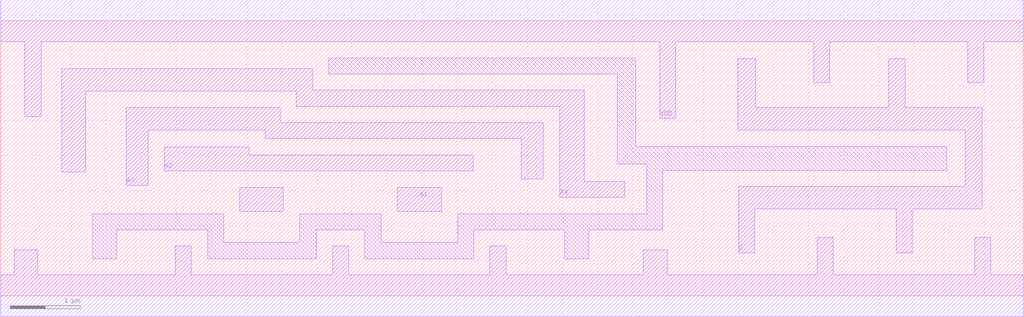
<source format=lef>
# Copyright 2022 GlobalFoundries PDK Authors
#
# Licensed under the Apache License, Version 2.0 (the "License");
# you may not use this file except in compliance with the License.
# You may obtain a copy of the License at
#
#      http://www.apache.org/licenses/LICENSE-2.0
#
# Unless required by applicable law or agreed to in writing, software
# distributed under the License is distributed on an "AS IS" BASIS,
# WITHOUT WARRANTIES OR CONDITIONS OF ANY KIND, either express or implied.
# See the License for the specific language governing permissions and
# limitations under the License.

MACRO gf180mcu_fd_sc_mcu7t5v0__or4_4
  CLASS core ;
  FOREIGN gf180mcu_fd_sc_mcu7t5v0__or4_4 0.0 0.0 ;
  ORIGIN 0 0 ;
  SYMMETRY X Y ;
  SITE GF018hv5v_mcu_sc7 ;
  SIZE 14.56 BY 3.92 ;
  PIN A1
    DIRECTION INPUT ;
    ANTENNAGATEAREA 1.778 ;
    PORT
      LAYER METAL1 ;
        POLYGON 3.405 1.205 4.025 1.205 4.025 1.545 3.405 1.545  ;
        POLYGON 5.645 1.205 6.275 1.205 6.275 1.545 5.645 1.545  ;
    END
  END A1
  PIN A2
    DIRECTION INPUT ;
    ANTENNAGATEAREA 1.778 ;
    PORT
      LAYER METAL1 ;
        POLYGON 2.33 1.78 6.73 1.78 6.73 2.01 3.535 2.01 3.535 2.12 2.33 2.12  ;
    END
  END A2
  PIN A3
    DIRECTION INPUT ;
    ANTENNAGATEAREA 1.778 ;
    PORT
      LAYER METAL1 ;
        POLYGON 1.785 1.575 2.1 1.575 2.1 2.36 3.765 2.36 3.765 2.24 7.41 2.24 7.41 1.665 7.72 1.665 7.72 2.47 3.98 2.47 3.98 2.68 1.785 2.68  ;
    END
  END A3
  PIN A4
    DIRECTION INPUT ;
    ANTENNAGATEAREA 1.778 ;
    PORT
      LAYER METAL1 ;
        POLYGON 0.87 1.765 1.21 1.765 1.21 2.92 4.21 2.92 4.21 2.7 7.96 2.7 7.96 1.4 8.885 1.4 8.885 1.63 8.31 1.63 8.31 2.93 4.44 2.93 4.44 3.24 0.87 3.24  ;
    END
  END A4
  PIN Z
    DIRECTION OUTPUT ;
    ANTENNADIFFAREA 2.3046 ;
    PORT
      LAYER METAL1 ;
        POLYGON 10.49 2.36 13.47 2.36 13.73 2.36 13.73 1.56 10.505 1.56 10.505 0.615 10.735 0.615 10.735 1.24 12.745 1.24 12.745 0.615 12.975 0.615 12.975 1.24 13.97 1.24 13.97 2.68 13.47 2.68 12.875 2.68 12.875 3.38 12.645 3.38 12.645 2.68 10.75 2.68 10.75 3.38 10.49 3.38  ;
    END
  END Z
  PIN VDD
    DIRECTION INOUT ;
    USE power ;
    SHAPE ABUTMENT ;
    PORT
      LAYER METAL1 ;
        POLYGON 0 3.62 0.345 3.62 0.345 2.555 0.575 2.555 0.575 3.62 9.38 3.62 9.38 2.53 9.61 2.53 9.61 3.62 11.575 3.62 11.575 3.04 11.805 3.04 11.805 3.62 13.47 3.62 13.765 3.62 13.765 3.04 13.995 3.04 13.995 3.62 14.56 3.62 14.56 4.22 13.47 4.22 0 4.22  ;
    END
  END VDD
  PIN VSS
    DIRECTION INOUT ;
    USE ground ;
    SHAPE ABUTMENT ;
    PORT
      LAYER METAL1 ;
        POLYGON 0 -0.3 14.56 -0.3 14.56 0.3 14.095 0.3 14.095 0.83 13.865 0.83 13.865 0.3 11.855 0.3 11.855 0.83 11.625 0.83 11.625 0.3 9.49 0.3 9.49 0.655 9.15 0.655 9.15 0.3 7.195 0.3 7.195 0.71 6.965 0.71 6.965 0.3 4.955 0.3 4.955 0.71 4.725 0.71 4.725 0.3 2.715 0.3 2.715 0.71 2.485 0.71 2.485 0.3 0.53 0.3 0.53 0.655 0.19 0.655 0.19 0.3 0 0.3  ;
    END
  END VSS
  OBS
      LAYER METAL1 ;
        POLYGON 4.67 3.16 8.78 3.16 8.78 1.88 9.195 1.88 9.195 1.17 6.505 1.17 6.505 0.76 5.415 0.76 5.415 1.17 4.26 1.17 4.26 0.76 3.175 0.76 3.175 1.17 1.31 1.17 1.31 0.53 1.65 0.53 1.65 0.94 2.945 0.94 2.945 0.53 4.49 0.53 4.49 0.94 5.185 0.94 5.185 0.53 6.735 0.53 6.735 0.94 8.03 0.94 8.03 0.53 8.37 0.53 8.37 0.94 9.425 0.94 9.425 1.79 13.47 1.79 13.47 2.13 9.04 2.13 9.04 3.39 4.67 3.39  ;
  END
END gf180mcu_fd_sc_mcu7t5v0__or4_4

</source>
